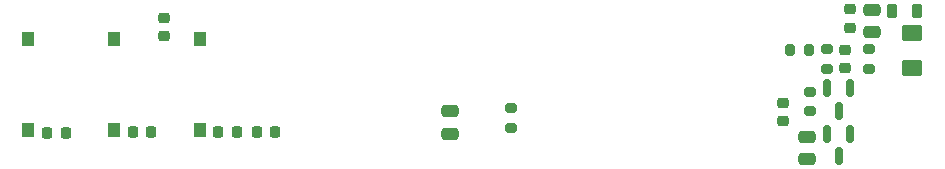
<source format=gbr>
%TF.GenerationSoftware,KiCad,Pcbnew,(7.0.0)*%
%TF.CreationDate,2023-05-08T01:10:33+02:00*%
%TF.ProjectId,Stacja Lutownicza V0.1,53746163-6a61-4204-9c75-746f776e6963,rev?*%
%TF.SameCoordinates,Original*%
%TF.FileFunction,Paste,Top*%
%TF.FilePolarity,Positive*%
%FSLAX46Y46*%
G04 Gerber Fmt 4.6, Leading zero omitted, Abs format (unit mm)*
G04 Created by KiCad (PCBNEW (7.0.0)) date 2023-05-08 01:10:33*
%MOMM*%
%LPD*%
G01*
G04 APERTURE LIST*
G04 Aperture macros list*
%AMRoundRect*
0 Rectangle with rounded corners*
0 $1 Rounding radius*
0 $2 $3 $4 $5 $6 $7 $8 $9 X,Y pos of 4 corners*
0 Add a 4 corners polygon primitive as box body*
4,1,4,$2,$3,$4,$5,$6,$7,$8,$9,$2,$3,0*
0 Add four circle primitives for the rounded corners*
1,1,$1+$1,$2,$3*
1,1,$1+$1,$4,$5*
1,1,$1+$1,$6,$7*
1,1,$1+$1,$8,$9*
0 Add four rect primitives between the rounded corners*
20,1,$1+$1,$2,$3,$4,$5,0*
20,1,$1+$1,$4,$5,$6,$7,0*
20,1,$1+$1,$6,$7,$8,$9,0*
20,1,$1+$1,$8,$9,$2,$3,0*%
G04 Aperture macros list end*
%ADD10RoundRect,0.225000X0.225000X0.250000X-0.225000X0.250000X-0.225000X-0.250000X0.225000X-0.250000X0*%
%ADD11R,1.000000X1.250000*%
%ADD12RoundRect,0.225000X0.250000X-0.225000X0.250000X0.225000X-0.250000X0.225000X-0.250000X-0.225000X0*%
%ADD13RoundRect,0.250000X-0.475000X0.250000X-0.475000X-0.250000X0.475000X-0.250000X0.475000X0.250000X0*%
%ADD14RoundRect,0.200000X0.275000X-0.200000X0.275000X0.200000X-0.275000X0.200000X-0.275000X-0.200000X0*%
%ADD15RoundRect,0.225000X-0.250000X0.225000X-0.250000X-0.225000X0.250000X-0.225000X0.250000X0.225000X0*%
%ADD16RoundRect,0.150000X-0.150000X0.587500X-0.150000X-0.587500X0.150000X-0.587500X0.150000X0.587500X0*%
%ADD17RoundRect,0.250000X0.475000X-0.250000X0.475000X0.250000X-0.475000X0.250000X-0.475000X-0.250000X0*%
%ADD18RoundRect,0.200000X-0.275000X0.200000X-0.275000X-0.200000X0.275000X-0.200000X0.275000X0.200000X0*%
%ADD19RoundRect,0.250001X-0.624999X0.462499X-0.624999X-0.462499X0.624999X-0.462499X0.624999X0.462499X0*%
%ADD20RoundRect,0.218750X-0.218750X-0.381250X0.218750X-0.381250X0.218750X0.381250X-0.218750X0.381250X0*%
%ADD21RoundRect,0.200000X0.200000X0.275000X-0.200000X0.275000X-0.200000X-0.275000X0.200000X-0.275000X0*%
G04 APERTURE END LIST*
D10*
%TO.C,C8*%
X150775000Y-95050000D03*
X149225000Y-95050000D03*
%TD*%
D11*
%TO.C,SW3*%
X140399999Y-87124999D03*
X140399999Y-94874999D03*
%TD*%
D12*
%TO.C,C7*%
X151900000Y-86900000D03*
X151900000Y-85350000D03*
%TD*%
D10*
%TO.C,C9*%
X158025000Y-95050000D03*
X156475000Y-95050000D03*
%TD*%
%TO.C,C29*%
X161275000Y-95050000D03*
X159725000Y-95050000D03*
%TD*%
D13*
%TO.C,C18*%
X176100000Y-93250000D03*
X176100000Y-95150000D03*
%TD*%
D14*
%TO.C,R24*%
X181250000Y-93000000D03*
X181250000Y-94650000D03*
%TD*%
D11*
%TO.C,SW1*%
X147649999Y-94874999D03*
X147649999Y-87124999D03*
%TD*%
D15*
%TO.C,C24*%
X210000000Y-84625000D03*
X210000000Y-86175000D03*
%TD*%
D11*
%TO.C,SW2*%
X154899999Y-87124999D03*
X154899999Y-94874999D03*
%TD*%
D10*
%TO.C,C10*%
X143550000Y-95075000D03*
X142000000Y-95075000D03*
%TD*%
D16*
%TO.C,Q6*%
X209000000Y-97037500D03*
X208050000Y-95162500D03*
X209950000Y-95162500D03*
%TD*%
D14*
%TO.C,R18*%
X211550000Y-88000000D03*
X211550000Y-89650000D03*
%TD*%
D17*
%TO.C,C1*%
X206300000Y-95400000D03*
X206300000Y-97300000D03*
%TD*%
D12*
%TO.C,C22*%
X204250000Y-92525000D03*
X204250000Y-94075000D03*
%TD*%
D18*
%TO.C,R23*%
X208050000Y-89650000D03*
X208050000Y-88000000D03*
%TD*%
D16*
%TO.C,Q7*%
X209000000Y-93200000D03*
X208050000Y-91325000D03*
X209950000Y-91325000D03*
%TD*%
D18*
%TO.C,R3*%
X206550000Y-93250000D03*
X206550000Y-91600000D03*
%TD*%
D19*
%TO.C,F1*%
X215200000Y-89587500D03*
X215200000Y-86612500D03*
%TD*%
D13*
%TO.C,C23*%
X211800000Y-86550000D03*
X211800000Y-84650000D03*
%TD*%
D20*
%TO.C,FB1*%
X215612500Y-84750000D03*
X213487500Y-84750000D03*
%TD*%
D21*
%TO.C,R4*%
X204875000Y-88100000D03*
X206525000Y-88100000D03*
%TD*%
D12*
%TO.C,C21*%
X209550000Y-88050000D03*
X209550000Y-89600000D03*
%TD*%
M02*

</source>
